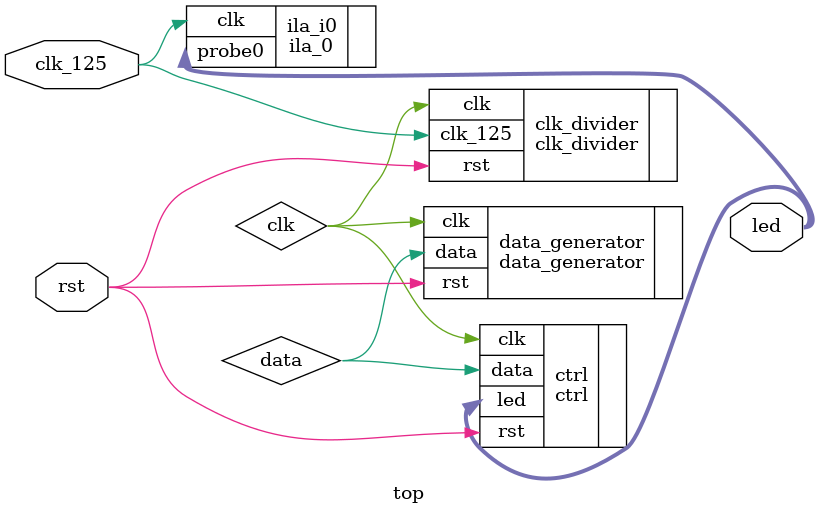
<source format=v>
`timescale 1ns / 1ps


module top(
    input clk_125,
    input rst,
    output [3:0] led
    );
    
    wire data;
    wire clk;
    clk_divider clk_divider(
      .clk_125(clk_125),
      .rst(rst),
      .clk(clk)
    );
    
    data_generator data_generator(
      .clk(clk),
      .rst(rst),
      .data(data)
    );
    
    ctrl ctrl(
      .clk(clk),
      .rst(rst),
      .data(data),
      .led(led)
    );
    
    ila_0 ila_i0 (
        .clk(clk_125), // input wire clk
    
    
        .probe0(led) // input wire [3:0] probe0
    );
endmodule

</source>
